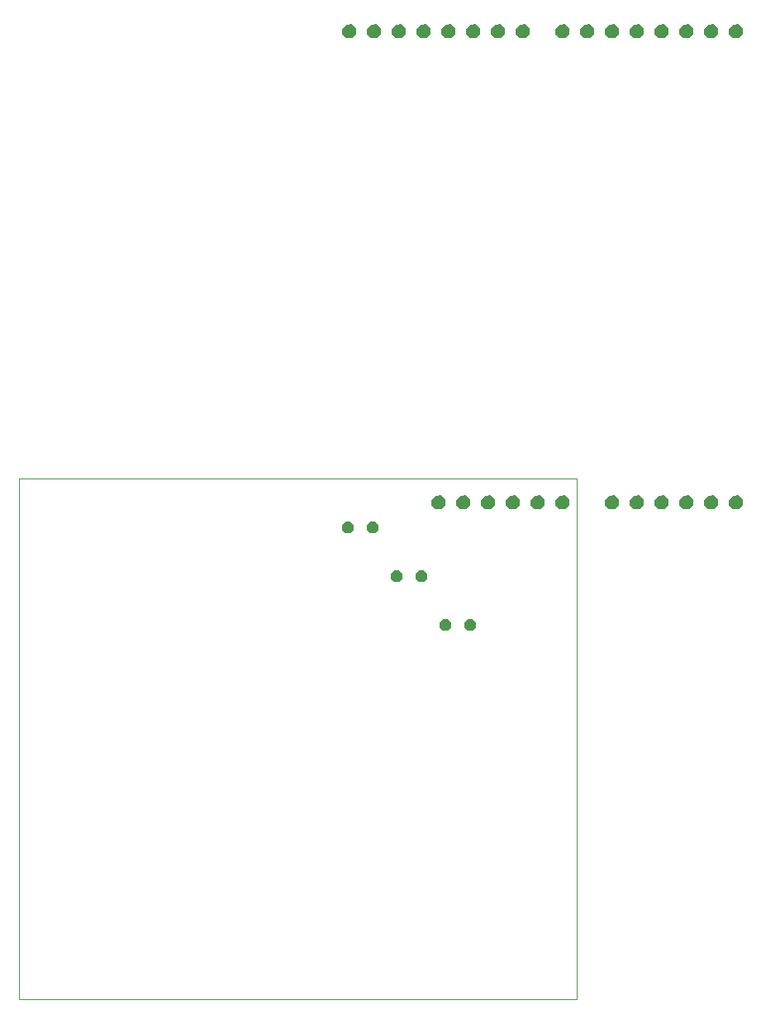
<source format=gbs>
G75*
G71*
%OFA0B0*%
%FSLAX23Y23*%
%IPPOS*%
%LPD*%
%ADD10C,0.1*%
%LPD*%D10*
X0Y0D02*
X0Y100D01*
X0Y200D01*
X0Y300D01*
X0Y400D01*
X0Y499D01*
X0Y599D01*
X0Y699D01*
X0Y799D01*
X0Y899D01*
X0Y999D01*
X0Y1099D01*
X0Y1199D01*
X0Y1299D01*
X0Y1398D01*
X0Y1498D01*
X0Y1598D01*
X0Y1698D01*
X0Y1798D01*
X0Y1898D01*
X0Y1998D01*
X0Y2098D01*
X0Y2198D01*
X0Y2297D01*
X0Y2397D01*
X0Y2497D01*
X0Y2597D01*
X0Y2697D01*
X0Y2797D01*
X0Y2897D01*
X0Y2997D01*
X0Y3097D01*
X0Y3196D01*
X0Y3296D01*
X0Y3396D01*
X0Y3496D01*
X0Y3596D01*
X0Y3696D01*
X0Y3796D01*
X0Y3896D01*
X0Y3995D01*
X0Y4095D01*
X0Y4195D01*
X0Y4295D01*
X0Y4395D01*
X0Y4495D01*
X0Y4595D01*
X0Y4695D01*
X0Y4795D01*
X0Y4894D01*
X0Y4994D01*
X0Y5094D01*
X0Y5194D01*
X0Y5294D01*
X0Y5394D01*
X0Y5494D01*
X0Y5594D01*
X0Y5694D01*
X0Y5793D01*
X0Y5893D01*
X0Y5993D01*
X0Y6093D01*
X0Y6193D01*
X0Y6293D01*
X0Y6393D01*
X0Y6493D01*
X0Y6593D01*
X0Y6692D01*
X0Y6792D01*
X0Y6892D01*
X0Y6992D01*
X0Y7092D01*
X0Y7192D01*
X0Y7292D01*
X0Y7392D01*
X0Y7492D01*
X0Y7591D01*
X0Y7691D01*
X0Y7791D01*
X0Y7891D01*
X0Y7991D01*
X0Y8091D01*
X0Y8191D01*
X0Y8291D01*
X0Y8391D01*
X0Y8490D01*
X0Y8590D01*
X0Y8690D01*
X0Y8790D01*
X0Y8890D01*
X0Y8990D01*
X0Y9090D01*
X0Y9190D01*
X0Y9290D01*
X0Y9389D01*
X0Y9489D01*
X0Y9589D01*
X0Y9689D01*
X0Y9789D01*
X0Y9889D01*
X0Y9989D01*
X0Y10089D01*
X0Y10188D01*
X0Y10288D01*
X0Y10388D01*
X0Y10488D01*
X0Y10588D01*
X0Y10688D01*
X0Y10788D01*
X0Y10888D01*
X0Y10988D01*
X0Y11087D01*
X0Y11187D01*
X0Y11287D01*
X0Y11387D01*
X0Y11487D01*
X0Y11587D01*
X0Y11687D01*
X0Y11787D01*
X0Y11887D01*
X0Y11986D01*
X0Y12086D01*
X0Y12186D01*
X0Y12286D01*
X0Y12386D01*
X0Y12486D01*
X0Y12586D01*
X0Y12686D01*
X0Y12786D01*
X0Y12885D01*
X0Y12985D01*
X0Y13085D01*
X0Y13185D01*
X0Y13285D01*
X0Y13385D01*
X0Y13485D01*
X0Y13585D01*
X0Y13685D01*
X0Y13784D01*
X0Y13884D01*
X0Y13984D01*
X0Y14084D01*
X0Y14184D01*
X0Y14284D01*
X0Y14384D01*
X0Y14484D01*
X0Y14584D01*
X0Y14683D01*
X0Y14783D01*
X0Y14883D01*
X0Y14983D01*
X0Y15083D01*
X0Y15183D01*
X0Y15283D01*
X0Y15383D01*
X0Y15483D01*
X0Y15582D01*
X0Y15682D01*
X0Y15782D01*
X0Y15882D01*
X0Y15982D01*
X0Y16082D01*
X0Y16182D01*
X0Y16282D01*
X0Y16381D01*
X0Y16481D01*
X0Y16581D01*
X0Y16681D01*
X0Y16781D01*
X0Y16881D01*
X0Y16981D01*
X0Y17081D01*
X0Y17181D01*
X0Y17280D01*
X0Y17380D01*
X0Y17480D01*
X0Y17580D01*
X0Y17680D01*
X0Y17780D01*
X0Y17880D01*
X0Y17980D01*
X0Y18080D01*
X0Y18179D01*
X0Y18279D01*
X0Y18379D01*
X0Y18479D01*
X0Y18579D01*
X0Y18679D01*
X0Y18779D01*
X0Y18879D01*
X0Y18979D01*
X0Y19078D01*
X0Y19178D01*
X0Y19278D01*
X0Y19378D01*
X0Y19478D01*
X0Y19578D01*
X0Y19678D01*
X0Y19778D01*
X0Y19878D01*
X0Y19977D01*
X0Y20077D01*
X0Y20177D01*
X0Y20277D01*
X0Y20377D01*
X0Y20477D01*
X0Y20577D01*
X0Y20677D01*
X0Y20777D01*
X0Y20876D01*
X0Y20976D01*
X0Y21076D01*
X0Y21176D01*
X0Y21276D01*
X0Y21376D01*
X0Y21476D01*
X0Y21576D01*
X0Y21676D01*
X0Y21775D01*
X0Y21875D01*
X0Y21975D01*
X0Y22075D01*
X0Y22175D01*
X0Y22275D01*
X0Y22375D01*
X0Y22475D01*
X0Y22575D01*
X0Y22674D01*
X0Y22774D01*
X0Y22874D01*
X0Y22974D01*
X0Y23074D01*
X0Y23174D01*
X0Y23274D01*
X0Y23374D01*
X0Y23473D01*
X0Y23573D01*
X0Y23673D01*
X0Y23773D01*
X0Y23873D01*
X0Y23973D01*
X0Y24073D01*
X0Y24173D01*
X0Y24273D01*
X0Y24372D01*
X0Y24472D01*
X0Y24572D01*
X0Y24672D01*
X0Y24772D01*
X0Y24872D01*
X0Y24972D01*
X0Y25072D01*
X0Y25172D01*
X0Y25271D01*
X0Y25371D01*
X0Y25471D01*
X0Y25571D01*
X0Y25671D01*
X0Y25771D01*
X0Y25871D01*
X0Y25971D01*
X0Y26071D01*
X0Y26170D01*
X0Y26270D01*
X0Y26370D01*
X0Y26470D01*
X0Y26570D01*
X0Y26670D01*
X0Y26770D01*
X0Y26870D01*
X0Y26970D01*
X0Y27069D01*
X0Y27169D01*
X0Y27269D01*
X0Y27369D01*
X0Y27469D01*
X0Y27569D01*
X0Y27669D01*
X0Y27769D01*
X0Y27869D01*
X0Y27968D01*
X0Y28068D01*
X0Y28168D01*
X0Y28268D01*
X0Y28368D01*
X0Y28468D01*
X0Y28568D01*
X0Y28668D01*
X0Y28768D01*
X0Y28867D01*
X0Y28967D01*
X0Y29067D01*
X0Y29167D01*
X0Y29267D01*
X0Y29367D01*
X0Y29467D01*
X0Y29567D01*
X0Y29667D01*
X0Y29766D01*
X0Y29866D01*
X0Y29966D01*
X0Y30066D01*
X0Y30166D01*
X0Y30266D01*
X0Y30366D01*
X0Y30466D01*
X0Y30565D01*
X0Y30665D01*
X0Y30765D01*
X0Y30865D01*
X0Y30965D01*
X0Y31065D01*
X0Y31165D01*
X0Y31265D01*
X0Y31365D01*
X0Y31464D01*
X0Y31564D01*
X0Y31664D01*
X0Y31764D01*
X0Y31864D01*
X0Y31964D01*
X0Y32064D01*
X0Y32164D01*
X0Y32264D01*
X0Y32363D01*
X0Y32463D01*
X0Y32563D01*
X0Y32663D01*
X0Y32763D01*
X0Y32863D01*
X0Y32963D01*
X0Y33063D01*
X0Y33163D01*
X0Y33262D01*
X0Y33362D01*
X0Y33462D01*
X0Y33562D01*
X0Y33662D01*
X0Y33762D01*
X0Y33862D01*
X0Y33962D01*
X0Y34062D01*
X0Y34161D01*
X0Y34261D01*
X0Y34361D01*
X0Y34461D01*
X0Y34561D01*
X0Y34661D01*
X0Y34761D01*
X0Y34861D01*
X0Y34961D01*
X0Y35060D01*
X0Y35160D01*
X0Y35260D01*
X0Y35360D01*
X0Y35460D01*
X0Y35560D01*
X0Y35660D01*
X0Y35760D01*
X0Y35860D01*
X0Y35959D01*
X0Y36059D01*
X0Y36159D01*
X0Y36259D01*
X0Y36359D01*
X0Y36459D01*
X0Y36559D01*
X0Y36659D01*
X0Y36759D01*
X0Y36858D01*
X0Y36958D01*
X0Y37058D01*
X0Y37158D01*
X0Y37258D01*
X0Y37358D01*
X0Y37458D01*
X0Y37558D01*
X0Y37658D01*
X0Y37757D01*
X0Y37857D01*
X0Y37957D01*
X0Y38057D01*
X0Y38157D01*
X0Y38257D01*
X0Y38357D01*
X0Y38457D01*
X0Y38556D01*
X0Y38656D01*
X0Y38756D01*
X0Y38856D01*
X0Y38956D01*
X0Y39056D01*
X0Y39156D01*
X0Y39256D01*
X0Y39356D01*
X0Y39455D01*
X0Y39555D01*
X0Y39655D01*
X0Y39755D01*
X0Y39855D01*
X0Y39955D01*
X0Y40055D01*
X0Y40155D01*
X0Y40255D01*
X0Y40354D01*
X0Y40454D01*
X0Y40554D01*
X0Y40654D01*
X0Y40754D01*
X0Y40854D01*
X0Y40954D01*
X0Y41054D01*
X0Y41154D01*
X0Y41253D01*
X0Y41353D01*
X0Y41453D01*
X0Y41553D01*
X0Y41653D01*
X0Y41753D01*
X0Y41853D01*
X0Y41953D01*
X0Y42053D01*
X0Y42152D01*
X0Y42252D01*
X0Y42352D01*
X0Y42452D01*
X0Y42552D01*
X0Y42652D01*
X0Y42752D01*
X0Y42852D01*
X0Y42952D01*
X0Y43051D01*
X0Y43151D01*
X0Y43251D01*
X0Y43351D01*
X0Y43451D01*
X0Y43551D01*
X0Y43651D01*
X0Y43751D01*
X0Y43851D01*
X0Y43950D01*
X0Y44050D01*
X0Y44150D01*
X0Y44250D01*
X0Y44350D01*
X0Y44450D01*
X0Y44550D01*
X0Y44650D01*
X0Y44750D01*
X0Y44849D01*
X0Y44949D01*
X0Y45049D01*
X0Y45149D01*
X0Y45249D01*
X0Y45349D01*
X0Y45449D01*
X0Y45549D01*
X0Y45649D01*
X0Y45748D01*
X0Y45848D01*
X0Y45948D01*
X0Y46048D01*
X0Y46148D01*
X0Y46248D01*
X0Y46348D01*
X0Y46448D01*
X0Y46548D01*
X0Y46647D01*
X0Y46747D01*
X0Y46847D01*
X0Y46947D01*
X0Y47047D01*
X0Y47147D01*
X0Y47247D01*
X0Y47347D01*
X0Y47447D01*
X0Y47546D01*
X0Y47646D01*
X0Y47746D01*
X0Y47846D01*
X0Y47946D01*
X0Y48046D01*
X0Y48146D01*
X0Y48246D01*
X0Y48346D01*
X0Y48445D01*
X0Y48545D01*
X0Y48645D01*
X0Y48745D01*
X0Y48845D01*
X0Y48945D01*
X0Y49045D01*
X0Y49145D01*
X0Y49244D01*
X0Y49344D01*
X0Y49444D01*
X0Y49544D01*
X0Y49644D01*
X0Y49744D01*
X0Y49844D01*
X0Y49944D01*
X0Y50044D01*
X0Y50143D01*
X0Y50243D01*
X0Y50343D01*
X0Y50443D01*
X0Y50543D01*
X0Y50643D01*
X0Y50743D01*
X0Y50843D01*
X0Y50943D01*
X0Y51043D01*
X0Y51142D01*
X0Y51242D01*
X0Y51342D01*
X0Y51442D01*
X0Y51542D01*
X0Y51642D01*
X0Y51742D01*
X0Y51842D01*
X0Y51942D01*
X0Y52041D01*
X0Y52141D01*
X0Y52241D01*
X0Y52341D01*
X0Y52441D01*
X0Y52541D01*
X0Y52641D01*
X0Y52741D01*
X0Y52841D01*
X0Y52940D01*
X0Y53040D01*
X0Y53140D01*
X0Y53240D01*
X0Y53340D01*
X100Y53340D01*
X200Y53340D01*
X300Y53340D01*
X400Y53340D01*
X500Y53340D01*
X599Y53340D01*
X699Y53340D01*
X799Y53340D01*
X899Y53340D01*
X999Y53340D01*
X1099Y53340D01*
X1199Y53340D01*
X1299Y53340D01*
X1399Y53340D01*
X1499Y53340D01*
X1599Y53340D01*
X1699Y53340D01*
X1798Y53340D01*
X1898Y53340D01*
X1998Y53340D01*
X2098Y53340D01*
X2198Y53340D01*
X2298Y53340D01*
X2398Y53340D01*
X2498Y53340D01*
X2598Y53340D01*
X2698Y53340D01*
X2798Y53340D01*
X2897Y53340D01*
X2997Y53340D01*
X3097Y53340D01*
X3197Y53340D01*
X3297Y53340D01*
X3397Y53340D01*
X3497Y53340D01*
X3597Y53340D01*
X3697Y53340D01*
X3797Y53340D01*
X3897Y53340D01*
X3996Y53340D01*
X4096Y53340D01*
X4196Y53340D01*
X4296Y53340D01*
X4396Y53340D01*
X4496Y53340D01*
X4596Y53340D01*
X4696Y53340D01*
X4796Y53340D01*
X4896Y53340D01*
X4996Y53340D01*
X5096Y53340D01*
X5195Y53340D01*
X5295Y53340D01*
X5395Y53340D01*
X5495Y53340D01*
X5595Y53340D01*
X5695Y53340D01*
X5795Y53340D01*
X5895Y53340D01*
X5995Y53340D01*
X6095Y53340D01*
X6195Y53340D01*
X6294Y53340D01*
X6394Y53340D01*
X6494Y53340D01*
X6594Y53340D01*
X6694Y53340D01*
X6794Y53340D01*
X6894Y53340D01*
X6994Y53340D01*
X7094Y53340D01*
X7194Y53340D01*
X7294Y53340D01*
X7393Y53340D01*
X7493Y53340D01*
X7593Y53340D01*
X7693Y53340D01*
X7793Y53340D01*
X7893Y53340D01*
X7993Y53340D01*
X8093Y53340D01*
X8193Y53340D01*
X8293Y53340D01*
X8393Y53340D01*
X8493Y53340D01*
X8592Y53340D01*
X8692Y53340D01*
X8792Y53340D01*
X8892Y53340D01*
X8992Y53340D01*
X9092Y53340D01*
X9192Y53340D01*
X9292Y53340D01*
X9392Y53340D01*
X9492Y53340D01*
X9592Y53340D01*
X9691Y53340D01*
X9791Y53340D01*
X9891Y53340D01*
X9991Y53340D01*
X10091Y53340D01*
X10191Y53340D01*
X10291Y53340D01*
X10391Y53340D01*
X10491Y53340D01*
X10591Y53340D01*
X10691Y53340D01*
X10791Y53340D01*
X10890Y53340D01*
X10990Y53340D01*
X11090Y53340D01*
X11190Y53340D01*
X11290Y53340D01*
X11390Y53340D01*
X11490Y53340D01*
X11590Y53340D01*
X11690Y53340D01*
X11790Y53340D01*
X11890Y53340D01*
X11989Y53340D01*
X12089Y53340D01*
X12189Y53340D01*
X12289Y53340D01*
X12389Y53340D01*
X12489Y53340D01*
X12589Y53340D01*
X12689Y53340D01*
X12789Y53340D01*
X12889Y53340D01*
X12989Y53340D01*
X13088Y53340D01*
X13188Y53340D01*
X13288Y53340D01*
X13388Y53340D01*
X13488Y53340D01*
X13588Y53340D01*
X13688Y53340D01*
X13788Y53340D01*
X13888Y53340D01*
X13988Y53340D01*
X14088Y53340D01*
X14188Y53340D01*
X14287Y53340D01*
X14387Y53340D01*
X14487Y53340D01*
X14587Y53340D01*
X14687Y53340D01*
X14787Y53340D01*
X14887Y53340D01*
X14987Y53340D01*
X15087Y53340D01*
X15187Y53340D01*
X15287Y53340D01*
X15386Y53340D01*
X15486Y53340D01*
X15586Y53340D01*
X15686Y53340D01*
X15786Y53340D01*
X15886Y53340D01*
X15986Y53340D01*
X16086Y53340D01*
X16186Y53340D01*
X16286Y53340D01*
X16386Y53340D01*
X16485Y53340D01*
X16585Y53340D01*
X16685Y53340D01*
X16785Y53340D01*
X16885Y53340D01*
X16985Y53340D01*
X17085Y53340D01*
X17185Y53340D01*
X17285Y53340D01*
X17385Y53340D01*
X17485Y53340D01*
X17585Y53340D01*
X17684Y53340D01*
X17784Y53340D01*
X17884Y53340D01*
X17984Y53340D01*
X18084Y53340D01*
X18184Y53340D01*
X18284Y53340D01*
X18384Y53340D01*
X18484Y53340D01*
X18584Y53340D01*
X18684Y53340D01*
X18783Y53340D01*
X18883Y53340D01*
X18983Y53340D01*
X19083Y53340D01*
X19183Y53340D01*
X19283Y53340D01*
X19383Y53340D01*
X19483Y53340D01*
X19583Y53340D01*
X19683Y53340D01*
X19783Y53340D01*
X19883Y53340D01*
X19982Y53340D01*
X20082Y53340D01*
X20182Y53340D01*
X20282Y53340D01*
X20382Y53340D01*
X20482Y53340D01*
X20582Y53340D01*
X20682Y53340D01*
X20782Y53340D01*
X20882Y53340D01*
X20982Y53340D01*
X21081Y53340D01*
X21181Y53340D01*
X21281Y53340D01*
X21381Y53340D01*
X21481Y53340D01*
X21581Y53340D01*
X21681Y53340D01*
X21781Y53340D01*
X21881Y53340D01*
X21981Y53340D01*
X22081Y53340D01*
X22180Y53340D01*
X22280Y53340D01*
X22380Y53340D01*
X22480Y53340D01*
X22580Y53340D01*
X22680Y53340D01*
X22780Y53340D01*
X22880Y53340D01*
X22980Y53340D01*
X23080Y53340D01*
X23180Y53340D01*
X23280Y53340D01*
X23379Y53340D01*
X23479Y53340D01*
X23579Y53340D01*
X23679Y53340D01*
X23779Y53340D01*
X23879Y53340D01*
X23979Y53340D01*
X24079Y53340D01*
X24179Y53340D01*
X24279Y53340D01*
X24379Y53340D01*
X24478Y53340D01*
X24578Y53340D01*
X24678Y53340D01*
X24778Y53340D01*
X24878Y53340D01*
X24978Y53340D01*
X25078Y53340D01*
X25178Y53340D01*
X25278Y53340D01*
X25378Y53340D01*
X25478Y53340D01*
X25578Y53340D01*
X25677Y53340D01*
X25777Y53340D01*
X25877Y53340D01*
X25977Y53340D01*
X26077Y53340D01*
X26177Y53340D01*
X26277Y53340D01*
X26377Y53340D01*
X26477Y53340D01*
X26577Y53340D01*
X26677Y53340D01*
X26776Y53340D01*
X26876Y53340D01*
X26976Y53340D01*
X27076Y53340D01*
X27176Y53340D01*
X27276Y53340D01*
X27376Y53340D01*
X27476Y53340D01*
X27576Y53340D01*
X27676Y53340D01*
X27776Y53340D01*
X27875Y53340D01*
X27975Y53340D01*
X28075Y53340D01*
X28175Y53340D01*
X28275Y53340D01*
X28375Y53340D01*
X28475Y53340D01*
X28575Y53340D01*
X28675Y53340D01*
X28775Y53340D01*
X28875Y53340D01*
X28975Y53340D01*
X29074Y53340D01*
X29174Y53340D01*
X29274Y53340D01*
X29374Y53340D01*
X29474Y53340D01*
X29574Y53340D01*
X29674Y53340D01*
X29774Y53340D01*
X29874Y53340D01*
X29974Y53340D01*
X30074Y53340D01*
X30173Y53340D01*
X30273Y53340D01*
X30373Y53340D01*
X30473Y53340D01*
X30573Y53340D01*
X30673Y53340D01*
X30773Y53340D01*
X30873Y53340D01*
X30973Y53340D01*
X31073Y53340D01*
X31173Y53340D01*
X31273Y53340D01*
X31372Y53340D01*
X31472Y53340D01*
X31572Y53340D01*
X31672Y53340D01*
X31772Y53340D01*
X31872Y53340D01*
X31972Y53340D01*
X32072Y53340D01*
X32172Y53340D01*
X32272Y53340D01*
X32372Y53340D01*
X32471Y53340D01*
X32571Y53340D01*
X32671Y53340D01*
X32771Y53340D01*
X32871Y53340D01*
X32971Y53340D01*
X33071Y53340D01*
X33171Y53340D01*
X33271Y53340D01*
X33371Y53340D01*
X33471Y53340D01*
X33571Y53340D01*
X33670Y53340D01*
X33770Y53340D01*
X33870Y53340D01*
X33970Y53340D01*
X34070Y53340D01*
X34170Y53340D01*
X34270Y53340D01*
X34370Y53340D01*
X34470Y53340D01*
X34570Y53340D01*
X34670Y53340D01*
X34769Y53340D01*
X34869Y53340D01*
X34969Y53340D01*
X35069Y53340D01*
X35169Y53340D01*
X35269Y53340D01*
X35369Y53340D01*
X35469Y53340D01*
X35569Y53340D01*
X35669Y53340D01*
X35769Y53340D01*
X35868Y53340D01*
X35968Y53340D01*
X36068Y53340D01*
X36168Y53340D01*
X36268Y53340D01*
X36368Y53340D01*
X36468Y53340D01*
X36568Y53340D01*
X36668Y53340D01*
X36768Y53340D01*
X36868Y53340D01*
X36968Y53340D01*
X37067Y53340D01*
X37167Y53340D01*
X37267Y53340D01*
X37367Y53340D01*
X37467Y53340D01*
X37567Y53340D01*
X37667Y53340D01*
X37767Y53340D01*
X37867Y53340D01*
X37967Y53340D01*
X38067Y53340D01*
X38166Y53340D01*
X38266Y53340D01*
X38366Y53340D01*
X38466Y53340D01*
X38566Y53340D01*
X38666Y53340D01*
X38766Y53340D01*
X38866Y53340D01*
X38966Y53340D01*
X39066Y53340D01*
X39166Y53340D01*
X39265Y53340D01*
X39365Y53340D01*
X39465Y53340D01*
X39565Y53340D01*
X39665Y53340D01*
X39765Y53340D01*
X39865Y53340D01*
X39965Y53340D01*
X40065Y53340D01*
X40165Y53340D01*
X40265Y53340D01*
X40365Y53340D01*
X40464Y53340D01*
X40564Y53340D01*
X40664Y53340D01*
X40764Y53340D01*
X40864Y53340D01*
X40964Y53340D01*
X41064Y53340D01*
X41164Y53340D01*
X41264Y53340D01*
X41364Y53340D01*
X41464Y53340D01*
X41563Y53340D01*
X41663Y53340D01*
X41763Y53340D01*
X41863Y53340D01*
X41963Y53340D01*
X42063Y53340D01*
X42163Y53340D01*
X42263Y53340D01*
X42363Y53340D01*
X42463Y53340D01*
X42563Y53340D01*
X42663Y53340D01*
X42762Y53340D01*
X42862Y53340D01*
X42962Y53340D01*
X43062Y53340D01*
X43162Y53340D01*
X43262Y53340D01*
X43362Y53340D01*
X43462Y53340D01*
X43562Y53340D01*
X43662Y53340D01*
X43762Y53340D01*
X43861Y53340D01*
X43961Y53340D01*
X44061Y53340D01*
X44161Y53340D01*
X44261Y53340D01*
X44361Y53340D01*
X44461Y53340D01*
X44561Y53340D01*
X44661Y53340D01*
X44761Y53340D01*
X44861Y53340D01*
X44961Y53340D01*
X45060Y53340D01*
X45160Y53340D01*
X45260Y53340D01*
X45360Y53340D01*
X45460Y53340D01*
X45560Y53340D01*
X45660Y53340D01*
X45760Y53340D01*
X45860Y53340D01*
X45960Y53340D01*
X46060Y53340D01*
X46159Y53340D01*
X46259Y53340D01*
X46359Y53340D01*
X46459Y53340D01*
X46559Y53340D01*
X46659Y53340D01*
X46759Y53340D01*
X46859Y53340D01*
X46959Y53340D01*
X47059Y53340D01*
X47159Y53340D01*
X47259Y53340D01*
X47358Y53340D01*
X47458Y53340D01*
X47558Y53340D01*
X47658Y53340D01*
X47758Y53340D01*
X47858Y53340D01*
X47958Y53340D01*
X48058Y53340D01*
X48158Y53340D01*
X48258Y53340D01*
X48358Y53340D01*
X48457Y53340D01*
X48557Y53340D01*
X48657Y53340D01*
X48757Y53340D01*
X48857Y53340D01*
X48957Y53340D01*
X49057Y53340D01*
X49157Y53340D01*
X49257Y53340D01*
X49357Y53340D01*
X49457Y53340D01*
X49557Y53340D01*
X49656Y53340D01*
X49756Y53340D01*
X49856Y53340D01*
X49956Y53340D01*
X50056Y53340D01*
X50156Y53340D01*
X50256Y53340D01*
X50356Y53340D01*
X50456Y53340D01*
X50556Y53340D01*
X50656Y53340D01*
X50755Y53340D01*
X50855Y53340D01*
X50955Y53340D01*
X51055Y53340D01*
X51155Y53340D01*
X51255Y53340D01*
X51355Y53340D01*
X51455Y53340D01*
X51555Y53340D01*
X51655Y53340D01*
X51755Y53340D01*
X51855Y53340D01*
X51954Y53340D01*
X52054Y53340D01*
X52154Y53340D01*
X52254Y53340D01*
X52354Y53340D01*
X52454Y53340D01*
X52554Y53340D01*
X52654Y53340D01*
X52754Y53340D01*
X52854Y53340D01*
X52954Y53340D01*
X53053Y53340D01*
X53153Y53340D01*
X53253Y53340D01*
X53353Y53340D01*
X53453Y53340D01*
X53553Y53340D01*
X53653Y53340D01*
X53753Y53340D01*
X53853Y53340D01*
X53953Y53340D01*
X54053Y53340D01*
X54153Y53340D01*
X54252Y53340D01*
X54352Y53340D01*
X54452Y53340D01*
X54552Y53340D01*
X54652Y53340D01*
X54752Y53340D01*
X54852Y53340D01*
X54952Y53340D01*
X55052Y53340D01*
X55152Y53340D01*
X55252Y53340D01*
X55351Y53340D01*
X55451Y53340D01*
X55551Y53340D01*
X55651Y53340D01*
X55751Y53340D01*
X55851Y53340D01*
X55951Y53340D01*
X56051Y53340D01*
X56151Y53340D01*
X56251Y53340D01*
X56351Y53340D01*
X56451Y53340D01*
X56550Y53340D01*
X56650Y53340D01*
X56750Y53340D01*
X56850Y53340D01*
X56950Y53340D01*
X57050Y53340D01*
X57150Y53340D01*
X57150Y53240D01*
X57150Y53140D01*
X57150Y53040D01*
X57150Y52940D01*
X57150Y52841D01*
X57150Y52741D01*
X57150Y52641D01*
X57150Y52541D01*
X57150Y52441D01*
X57150Y52341D01*
X57150Y52241D01*
X57150Y52141D01*
X57150Y52041D01*
X57150Y51942D01*
X57150Y51842D01*
X57150Y51742D01*
X57150Y51642D01*
X57150Y51542D01*
X57150Y51442D01*
X57150Y51342D01*
X57150Y51242D01*
X57150Y51142D01*
X57150Y51043D01*
X57150Y50943D01*
X57150Y50843D01*
X57150Y50743D01*
X57150Y50643D01*
X57150Y50543D01*
X57150Y50443D01*
X57150Y50343D01*
X57150Y50243D01*
X57150Y50144D01*
X57150Y50044D01*
X57150Y49944D01*
X57150Y49844D01*
X57150Y49744D01*
X57150Y49644D01*
X57150Y49544D01*
X57150Y49444D01*
X57150Y49345D01*
X57150Y49245D01*
X57150Y49145D01*
X57150Y49045D01*
X57150Y48945D01*
X57150Y48845D01*
X57150Y48745D01*
X57150Y48645D01*
X57150Y48545D01*
X57150Y48446D01*
X57150Y48346D01*
X57150Y48246D01*
X57150Y48146D01*
X57150Y48046D01*
X57150Y47946D01*
X57150Y47846D01*
X57150Y47746D01*
X57150Y47646D01*
X57150Y47547D01*
X57150Y47447D01*
X57150Y47347D01*
X57150Y47247D01*
X57150Y47147D01*
X57150Y47047D01*
X57150Y46947D01*
X57150Y46847D01*
X57150Y46747D01*
X57150Y46648D01*
X57150Y46548D01*
X57150Y46448D01*
X57150Y46348D01*
X57150Y46248D01*
X57150Y46148D01*
X57150Y46048D01*
X57150Y45948D01*
X57150Y45848D01*
X57150Y45749D01*
X57150Y45649D01*
X57150Y45549D01*
X57150Y45449D01*
X57150Y45349D01*
X57150Y45249D01*
X57150Y45149D01*
X57150Y45049D01*
X57150Y44949D01*
X57150Y44850D01*
X57150Y44750D01*
X57150Y44650D01*
X57150Y44550D01*
X57150Y44450D01*
X57150Y44350D01*
X57150Y44250D01*
X57150Y44150D01*
X57150Y44050D01*
X57150Y43951D01*
X57150Y43851D01*
X57150Y43751D01*
X57150Y43651D01*
X57150Y43551D01*
X57150Y43451D01*
X57150Y43351D01*
X57150Y43251D01*
X57150Y43152D01*
X57150Y43052D01*
X57150Y42952D01*
X57150Y42852D01*
X57150Y42752D01*
X57150Y42652D01*
X57150Y42552D01*
X57150Y42452D01*
X57150Y42352D01*
X57150Y42253D01*
X57150Y42153D01*
X57150Y42053D01*
X57150Y41953D01*
X57150Y41853D01*
X57150Y41753D01*
X57150Y41653D01*
X57150Y41553D01*
X57150Y41453D01*
X57150Y41354D01*
X57150Y41254D01*
X57150Y41154D01*
X57150Y41054D01*
X57150Y40954D01*
X57150Y40854D01*
X57150Y40754D01*
X57150Y40654D01*
X57150Y40554D01*
X57150Y40455D01*
X57150Y40355D01*
X57150Y40255D01*
X57150Y40155D01*
X57150Y40055D01*
X57150Y39955D01*
X57150Y39855D01*
X57150Y39755D01*
X57150Y39655D01*
X57150Y39556D01*
X57150Y39456D01*
X57150Y39356D01*
X57150Y39256D01*
X57150Y39156D01*
X57150Y39056D01*
X57150Y38956D01*
X57150Y38856D01*
X57150Y38756D01*
X57150Y38657D01*
X57150Y38557D01*
X57150Y38457D01*
X57150Y38357D01*
X57150Y38257D01*
X57150Y38157D01*
X57150Y38057D01*
X57150Y37957D01*
X57150Y37857D01*
X57150Y37758D01*
X57150Y37658D01*
X57150Y37558D01*
X57150Y37458D01*
X57150Y37358D01*
X57150Y37258D01*
X57150Y37158D01*
X57150Y37058D01*
X57150Y36959D01*
X57150Y36859D01*
X57150Y36759D01*
X57150Y36659D01*
X57150Y36559D01*
X57150Y36459D01*
X57150Y36359D01*
X57150Y36259D01*
X57150Y36159D01*
X57150Y36060D01*
X57150Y35960D01*
X57150Y35860D01*
X57150Y35760D01*
X57150Y35660D01*
X57150Y35560D01*
X57150Y35460D01*
X57150Y35360D01*
X57150Y35260D01*
X57150Y35161D01*
X57150Y35061D01*
X57150Y34961D01*
X57150Y34861D01*
X57150Y34761D01*
X57150Y34661D01*
X57150Y34561D01*
X57150Y34461D01*
X57150Y34361D01*
X57150Y34262D01*
X57150Y34162D01*
X57150Y34062D01*
X57150Y33962D01*
X57150Y33862D01*
X57150Y33762D01*
X57150Y33662D01*
X57150Y33562D01*
X57150Y33462D01*
X57150Y33363D01*
X57150Y33263D01*
X57150Y33163D01*
X57150Y33063D01*
X57150Y32963D01*
X57150Y32863D01*
X57150Y32763D01*
X57150Y32663D01*
X57150Y32563D01*
X57150Y32464D01*
X57150Y32364D01*
X57150Y32264D01*
X57150Y32164D01*
X57150Y32064D01*
X57150Y31964D01*
X57150Y31864D01*
X57150Y31764D01*
X57150Y31664D01*
X57150Y31565D01*
X57150Y31465D01*
X57150Y31365D01*
X57150Y31265D01*
X57150Y31165D01*
X57150Y31065D01*
X57150Y30965D01*
X57150Y30865D01*
X57150Y30765D01*
X57150Y30666D01*
X57150Y30566D01*
X57150Y30466D01*
X57150Y30366D01*
X57150Y30266D01*
X57150Y30166D01*
X57150Y30066D01*
X57150Y29966D01*
X57150Y29867D01*
X57150Y29767D01*
X57150Y29667D01*
X57150Y29567D01*
X57150Y29467D01*
X57150Y29367D01*
X57150Y29267D01*
X57150Y29167D01*
X57150Y29067D01*
X57150Y28968D01*
X57150Y28868D01*
X57150Y28768D01*
X57150Y28668D01*
X57150Y28568D01*
X57150Y28468D01*
X57150Y28368D01*
X57150Y28268D01*
X57150Y28168D01*
X57150Y28069D01*
X57150Y27969D01*
X57150Y27869D01*
X57150Y27769D01*
X57150Y27669D01*
X57150Y27569D01*
X57150Y27469D01*
X57150Y27369D01*
X57150Y27269D01*
X57150Y27170D01*
X57150Y27070D01*
X57150Y26970D01*
X57150Y26870D01*
X57150Y26770D01*
X57150Y26670D01*
X57150Y26570D01*
X57150Y26470D01*
X57150Y26370D01*
X57150Y26271D01*
X57150Y26171D01*
X57150Y26071D01*
X57150Y25971D01*
X57150Y25871D01*
X57150Y25771D01*
X57150Y25671D01*
X57150Y25571D01*
X57150Y25471D01*
X57150Y25372D01*
X57150Y25272D01*
X57150Y25172D01*
X57150Y25072D01*
X57150Y24972D01*
X57150Y24872D01*
X57150Y24772D01*
X57150Y24672D01*
X57150Y24572D01*
X57150Y24473D01*
X57150Y24373D01*
X57150Y24273D01*
X57150Y24173D01*
X57150Y24073D01*
X57150Y23973D01*
X57150Y23873D01*
X57150Y23773D01*
X57150Y23673D01*
X57150Y23574D01*
X57150Y23474D01*
X57150Y23374D01*
X57150Y23274D01*
X57150Y23174D01*
X57150Y23074D01*
X57150Y22974D01*
X57150Y22874D01*
X57150Y22775D01*
X57150Y22675D01*
X57150Y22575D01*
X57150Y22475D01*
X57150Y22375D01*
X57150Y22275D01*
X57150Y22175D01*
X57150Y22075D01*
X57150Y21975D01*
X57150Y21876D01*
X57150Y21776D01*
X57150Y21676D01*
X57150Y21576D01*
X57150Y21476D01*
X57150Y21376D01*
X57150Y21276D01*
X57150Y21176D01*
X57150Y21076D01*
X57150Y20977D01*
X57150Y20877D01*
X57150Y20777D01*
X57150Y20677D01*
X57150Y20577D01*
X57150Y20477D01*
X57150Y20377D01*
X57150Y20277D01*
X57150Y20177D01*
X57150Y20078D01*
X57150Y19978D01*
X57150Y19878D01*
X57150Y19778D01*
X57150Y19678D01*
X57150Y19578D01*
X57150Y19478D01*
X57150Y19378D01*
X57150Y19278D01*
X57150Y19179D01*
X57150Y19079D01*
X57150Y18979D01*
X57150Y18879D01*
X57150Y18779D01*
X57150Y18679D01*
X57150Y18579D01*
X57150Y18479D01*
X57150Y18379D01*
X57150Y18280D01*
X57150Y18180D01*
X57150Y18080D01*
X57150Y17980D01*
X57150Y17880D01*
X57150Y17780D01*
X57150Y17680D01*
X57150Y17580D01*
X57150Y17480D01*
X57150Y17381D01*
X57150Y17281D01*
X57150Y17181D01*
X57150Y17081D01*
X57150Y16981D01*
X57150Y16881D01*
X57150Y16781D01*
X57150Y16681D01*
X57150Y16581D01*
X57150Y16482D01*
X57150Y16382D01*
X57150Y16282D01*
X57150Y16182D01*
X57150Y16082D01*
X57150Y15982D01*
X57150Y15882D01*
X57150Y15782D01*
X57150Y15682D01*
X57150Y15583D01*
X57150Y15483D01*
X57150Y15383D01*
X57150Y15283D01*
X57150Y15183D01*
X57150Y15083D01*
X57150Y14983D01*
X57150Y14883D01*
X57150Y14784D01*
X57150Y14684D01*
X57150Y14584D01*
X57150Y14484D01*
X57150Y14384D01*
X57150Y14284D01*
X57150Y14184D01*
X57150Y14084D01*
X57150Y13984D01*
X57150Y13885D01*
X57150Y13785D01*
X57150Y13685D01*
X57150Y13585D01*
X57150Y13485D01*
X57150Y13385D01*
X57150Y13285D01*
X57150Y13185D01*
X57150Y13085D01*
X57150Y12986D01*
X57150Y12886D01*
X57150Y12786D01*
X57150Y12686D01*
X57150Y12586D01*
X57150Y12486D01*
X57150Y12386D01*
X57150Y12286D01*
X57150Y12186D01*
X57150Y12087D01*
X57150Y11987D01*
X57150Y11887D01*
X57150Y11787D01*
X57150Y11687D01*
X57150Y11587D01*
X57150Y11487D01*
X57150Y11387D01*
X57150Y11287D01*
X57150Y11188D01*
X57150Y11088D01*
X57150Y10988D01*
X57150Y10888D01*
X57150Y10788D01*
X57150Y10688D01*
X57150Y10588D01*
X57150Y10488D01*
X57150Y10388D01*
X57150Y10289D01*
X57150Y10189D01*
X57150Y10089D01*
X57150Y9989D01*
X57150Y9889D01*
X57150Y9789D01*
X57150Y9689D01*
X57150Y9589D01*
X57150Y9489D01*
X57150Y9390D01*
X57150Y9290D01*
X57150Y9190D01*
X57150Y9090D01*
X57150Y8990D01*
X57150Y8890D01*
X57150Y8790D01*
X57150Y8690D01*
X57150Y8590D01*
X57150Y8491D01*
X57150Y8391D01*
X57150Y8291D01*
X57150Y8191D01*
X57150Y8091D01*
X57150Y7991D01*
X57150Y7891D01*
X57150Y7791D01*
X57150Y7691D01*
X57150Y7592D01*
X57150Y7492D01*
X57150Y7392D01*
X57150Y7292D01*
X57150Y7192D01*
X57150Y7092D01*
X57150Y6992D01*
X57150Y6892D01*
X57150Y6792D01*
X57150Y6693D01*
X57150Y6593D01*
X57150Y6493D01*
X57150Y6393D01*
X57150Y6293D01*
X57150Y6193D01*
X57150Y6093D01*
X57150Y5993D01*
X57150Y5893D01*
X57150Y5794D01*
X57150Y5694D01*
X57150Y5594D01*
X57150Y5494D01*
X57150Y5394D01*
X57150Y5294D01*
X57150Y5194D01*
X57150Y5094D01*
X57150Y4994D01*
X57150Y4895D01*
X57150Y4795D01*
X57150Y4695D01*
X57150Y4595D01*
X57150Y4495D01*
X57150Y4395D01*
X57150Y4295D01*
X57150Y4195D01*
X57150Y4096D01*
X57150Y3996D01*
X57150Y3896D01*
X57150Y3796D01*
X57150Y3696D01*
X57150Y3596D01*
X57150Y3496D01*
X57150Y3396D01*
X57150Y3296D01*
X57150Y3197D01*
X57150Y3097D01*
X57150Y2997D01*
X57150Y2897D01*
X57150Y2797D01*
X57150Y2697D01*
X57150Y2597D01*
X57150Y2497D01*
X57150Y2397D01*
X57150Y2297D01*
X57150Y2198D01*
X57150Y2098D01*
X57150Y1998D01*
X57150Y1898D01*
X57150Y1798D01*
X57150Y1698D01*
X57150Y1598D01*
X57150Y1498D01*
X57150Y1398D01*
X57150Y1299D01*
X57150Y1199D01*
X57150Y1099D01*
X57150Y999D01*
X57150Y899D01*
X57150Y799D01*
X57150Y699D01*
X57150Y599D01*
X57150Y499D01*
X57150Y400D01*
X57150Y300D01*
X57150Y200D01*
X57150Y100D01*
X57150Y0D01*
X57050Y0D01*
X56950Y0D01*
X56850Y0D01*
X56750Y0D01*
X56650Y0D01*
X56551Y0D01*
X56451Y0D01*
X56351Y0D01*
X56251Y0D01*
X56151Y0D01*
X56051Y0D01*
X55951Y0D01*
X55851Y0D01*
X55751Y0D01*
X55651Y0D01*
X55551Y0D01*
X55451Y0D01*
X55352Y0D01*
X55252Y0D01*
X55152Y0D01*
X55052Y0D01*
X54952Y0D01*
X54852Y0D01*
X54752Y0D01*
X54652Y0D01*
X54552Y0D01*
X54452Y0D01*
X54352Y0D01*
X54253Y0D01*
X54153Y0D01*
X54053Y0D01*
X53953Y0D01*
X53853Y0D01*
X53753Y0D01*
X53653Y0D01*
X53553Y0D01*
X53453Y0D01*
X53353Y0D01*
X53253Y0D01*
X53154Y0D01*
X53054Y0D01*
X52954Y0D01*
X52854Y0D01*
X52754Y0D01*
X52654Y0D01*
X52554Y0D01*
X52454Y0D01*
X52354Y0D01*
X52254Y0D01*
X52154Y0D01*
X52054Y0D01*
X51955Y0D01*
X51855Y0D01*
X51755Y0D01*
X51655Y0D01*
X51555Y0D01*
X51455Y0D01*
X51355Y0D01*
X51255Y0D01*
X51155Y0D01*
X51055Y0D01*
X50955Y0D01*
X50856Y0D01*
X50756Y0D01*
X50656Y0D01*
X50556Y0D01*
X50456Y0D01*
X50356Y0D01*
X50256Y0D01*
X50156Y0D01*
X50056Y0D01*
X49956Y0D01*
X49856Y0D01*
X49757Y0D01*
X49657Y0D01*
X49557Y0D01*
X49457Y0D01*
X49357Y0D01*
X49257Y0D01*
X49157Y0D01*
X49057Y0D01*
X48957Y0D01*
X48857Y0D01*
X48757Y0D01*
X48657Y0D01*
X48558Y0D01*
X48458Y0D01*
X48358Y0D01*
X48258Y0D01*
X48158Y0D01*
X48058Y0D01*
X47958Y0D01*
X47858Y0D01*
X47758Y0D01*
X47658Y0D01*
X47558Y0D01*
X47459Y0D01*
X47359Y0D01*
X47259Y0D01*
X47159Y0D01*
X47059Y0D01*
X46959Y0D01*
X46859Y0D01*
X46759Y0D01*
X46659Y0D01*
X46559Y0D01*
X46459Y0D01*
X46359Y0D01*
X46260Y0D01*
X46160Y0D01*
X46060Y0D01*
X45960Y0D01*
X45860Y0D01*
X45760Y0D01*
X45660Y0D01*
X45560Y0D01*
X45460Y0D01*
X45360Y0D01*
X45260Y0D01*
X45161Y0D01*
X45061Y0D01*
X44961Y0D01*
X44861Y0D01*
X44761Y0D01*
X44661Y0D01*
X44561Y0D01*
X44461Y0D01*
X44361Y0D01*
X44261Y0D01*
X44161Y0D01*
X44062Y0D01*
X43962Y0D01*
X43862Y0D01*
X43762Y0D01*
X43662Y0D01*
X43562Y0D01*
X43462Y0D01*
X43362Y0D01*
X43262Y0D01*
X43162Y0D01*
X43062Y0D01*
X42962Y0D01*
X42863Y0D01*
X42763Y0D01*
X42663Y0D01*
X42563Y0D01*
X42463Y0D01*
X42363Y0D01*
X42263Y0D01*
X42163Y0D01*
X42063Y0D01*
X41963Y0D01*
X41863Y0D01*
X41764Y0D01*
X41664Y0D01*
X41564Y0D01*
X41464Y0D01*
X41364Y0D01*
X41264Y0D01*
X41164Y0D01*
X41064Y0D01*
X40964Y0D01*
X40864Y0D01*
X40764Y0D01*
X40665Y0D01*
X40565Y0D01*
X40465Y0D01*
X40365Y0D01*
X40265Y0D01*
X40165Y0D01*
X40065Y0D01*
X39965Y0D01*
X39865Y0D01*
X39765Y0D01*
X39665Y0D01*
X39565Y0D01*
X39466Y0D01*
X39366Y0D01*
X39266Y0D01*
X39166Y0D01*
X39066Y0D01*
X38966Y0D01*
X38866Y0D01*
X38766Y0D01*
X38666Y0D01*
X38566Y0D01*
X38466Y0D01*
X38367Y0D01*
X38267Y0D01*
X38167Y0D01*
X38067Y0D01*
X37967Y0D01*
X37867Y0D01*
X37767Y0D01*
X37667Y0D01*
X37567Y0D01*
X37467Y0D01*
X37367Y0D01*
X37267Y0D01*
X37168Y0D01*
X37068Y0D01*
X36968Y0D01*
X36868Y0D01*
X36768Y0D01*
X36668Y0D01*
X36568Y0D01*
X36468Y0D01*
X36368Y0D01*
X36268Y0D01*
X36168Y0D01*
X36069Y0D01*
X35969Y0D01*
X35869Y0D01*
X35769Y0D01*
X35669Y0D01*
X35569Y0D01*
X35469Y0D01*
X35369Y0D01*
X35269Y0D01*
X35169Y0D01*
X35069Y0D01*
X34970Y0D01*
X34870Y0D01*
X34770Y0D01*
X34670Y0D01*
X34570Y0D01*
X34470Y0D01*
X34370Y0D01*
X34270Y0D01*
X34170Y0D01*
X34070Y0D01*
X33970Y0D01*
X33870Y0D01*
X33771Y0D01*
X33671Y0D01*
X33571Y0D01*
X33471Y0D01*
X33371Y0D01*
X33271Y0D01*
X33171Y0D01*
X33071Y0D01*
X32971Y0D01*
X32871Y0D01*
X32771Y0D01*
X32672Y0D01*
X32572Y0D01*
X32472Y0D01*
X32372Y0D01*
X32272Y0D01*
X32172Y0D01*
X32072Y0D01*
X31972Y0D01*
X31872Y0D01*
X31772Y0D01*
X31672Y0D01*
X31572Y0D01*
X31473Y0D01*
X31373Y0D01*
X31273Y0D01*
X31173Y0D01*
X31073Y0D01*
X30973Y0D01*
X30873Y0D01*
X30773Y0D01*
X30673Y0D01*
X30573Y0D01*
X30473Y0D01*
X30374Y0D01*
X30274Y0D01*
X30174Y0D01*
X30074Y0D01*
X29974Y0D01*
X29874Y0D01*
X29774Y0D01*
X29674Y0D01*
X29574Y0D01*
X29474Y0D01*
X29374Y0D01*
X29275Y0D01*
X29175Y0D01*
X29075Y0D01*
X28975Y0D01*
X28875Y0D01*
X28775Y0D01*
X28675Y0D01*
X28575Y0D01*
X28475Y0D01*
X28375Y0D01*
X28275Y0D01*
X28175Y0D01*
X28076Y0D01*
X27976Y0D01*
X27876Y0D01*
X27776Y0D01*
X27676Y0D01*
X27576Y0D01*
X27476Y0D01*
X27376Y0D01*
X27276Y0D01*
X27176Y0D01*
X27076Y0D01*
X26977Y0D01*
X26877Y0D01*
X26777Y0D01*
X26677Y0D01*
X26577Y0D01*
X26477Y0D01*
X26377Y0D01*
X26277Y0D01*
X26177Y0D01*
X26077Y0D01*
X25977Y0D01*
X25877Y0D01*
X25778Y0D01*
X25678Y0D01*
X25578Y0D01*
X25478Y0D01*
X25378Y0D01*
X25278Y0D01*
X25178Y0D01*
X25078Y0D01*
X24978Y0D01*
X24878Y0D01*
X24778Y0D01*
X24679Y0D01*
X24579Y0D01*
X24479Y0D01*
X24379Y0D01*
X24279Y0D01*
X24179Y0D01*
X24079Y0D01*
X23979Y0D01*
X23879Y0D01*
X23779Y0D01*
X23679Y0D01*
X23579Y0D01*
X23480Y0D01*
X23380Y0D01*
X23280Y0D01*
X23180Y0D01*
X23080Y0D01*
X22980Y0D01*
X22880Y0D01*
X22780Y0D01*
X22680Y0D01*
X22580Y0D01*
X22480Y0D01*
X22381Y0D01*
X22281Y0D01*
X22181Y0D01*
X22081Y0D01*
X21981Y0D01*
X21881Y0D01*
X21781Y0D01*
X21681Y0D01*
X21581Y0D01*
X21481Y0D01*
X21381Y0D01*
X21282Y0D01*
X21182Y0D01*
X21082Y0D01*
X20982Y0D01*
X20882Y0D01*
X20782Y0D01*
X20682Y0D01*
X20582Y0D01*
X20482Y0D01*
X20382Y0D01*
X20282Y0D01*
X20182Y0D01*
X20083Y0D01*
X19983Y0D01*
X19883Y0D01*
X19783Y0D01*
X19683Y0D01*
X19583Y0D01*
X19483Y0D01*
X19383Y0D01*
X19283Y0D01*
X19183Y0D01*
X19083Y0D01*
X18984Y0D01*
X18884Y0D01*
X18784Y0D01*
X18684Y0D01*
X18584Y0D01*
X18484Y0D01*
X18384Y0D01*
X18284Y0D01*
X18184Y0D01*
X18084Y0D01*
X17984Y0D01*
X17885Y0D01*
X17785Y0D01*
X17685Y0D01*
X17585Y0D01*
X17485Y0D01*
X17385Y0D01*
X17285Y0D01*
X17185Y0D01*
X17085Y0D01*
X16985Y0D01*
X16885Y0D01*
X16785Y0D01*
X16686Y0D01*
X16586Y0D01*
X16486Y0D01*
X16386Y0D01*
X16286Y0D01*
X16186Y0D01*
X16086Y0D01*
X15986Y0D01*
X15886Y0D01*
X15786Y0D01*
X15686Y0D01*
X15587Y0D01*
X15487Y0D01*
X15387Y0D01*
X15287Y0D01*
X15187Y0D01*
X15087Y0D01*
X14987Y0D01*
X14887Y0D01*
X14787Y0D01*
X14687Y0D01*
X14587Y0D01*
X14487Y0D01*
X14388Y0D01*
X14288Y0D01*
X14188Y0D01*
X14088Y0D01*
X13988Y0D01*
X13888Y0D01*
X13788Y0D01*
X13688Y0D01*
X13588Y0D01*
X13488Y0D01*
X13388Y0D01*
X13289Y0D01*
X13189Y0D01*
X13089Y0D01*
X12989Y0D01*
X12889Y0D01*
X12789Y0D01*
X12689Y0D01*
X12589Y0D01*
X12489Y0D01*
X12389Y0D01*
X12289Y0D01*
X12189Y0D01*
X12090Y0D01*
X11990Y0D01*
X11890Y0D01*
X11790Y0D01*
X11690Y0D01*
X11590Y0D01*
X11490Y0D01*
X11390Y0D01*
X11290Y0D01*
X11190Y0D01*
X11090Y0D01*
X10991Y0D01*
X10891Y0D01*
X10791Y0D01*
X10691Y0D01*
X10591Y0D01*
X10491Y0D01*
X10391Y0D01*
X10291Y0D01*
X10191Y0D01*
X10091Y0D01*
X9991Y0D01*
X9891Y0D01*
X9792Y0D01*
X9692Y0D01*
X9592Y0D01*
X9492Y0D01*
X9392Y0D01*
X9292Y0D01*
X9192Y0D01*
X9092Y0D01*
X8992Y0D01*
X8892Y0D01*
X8792Y0D01*
X8693Y0D01*
X8593Y0D01*
X8493Y0D01*
X8393Y0D01*
X8293Y0D01*
X8193Y0D01*
X8093Y0D01*
X7993Y0D01*
X7893Y0D01*
X7793Y0D01*
X7693Y0D01*
X7593Y0D01*
X7494Y0D01*
X7394Y0D01*
X7294Y0D01*
X7194Y0D01*
X7094Y0D01*
X6994Y0D01*
X6894Y0D01*
X6794Y0D01*
X6694Y0D01*
X6594Y0D01*
X6494Y0D01*
X6395Y0D01*
X6295Y0D01*
X6195Y0D01*
X6095Y0D01*
X5995Y0D01*
X5895Y0D01*
X5795Y0D01*
X5695Y0D01*
X5595Y0D01*
X5495Y0D01*
X5395Y0D01*
X5295Y0D01*
X5196Y0D01*
X5096Y0D01*
X4996Y0D01*
X4896Y0D01*
X4796Y0D01*
X4696Y0D01*
X4596Y0D01*
X4496Y0D01*
X4396Y0D01*
X4296Y0D01*
X4196Y0D01*
X4097Y0D01*
X3997Y0D01*
X3897Y0D01*
X3797Y0D01*
X3697Y0D01*
X3597Y0D01*
X3497Y0D01*
X3397Y0D01*
X3297Y0D01*
X3197Y0D01*
X3097Y0D01*
X2997Y0D01*
X2898Y0D01*
X2798Y0D01*
X2698Y0D01*
X2598Y0D01*
X2498Y0D01*
X2398Y0D01*
X2298Y0D01*
X2198Y0D01*
X2098Y0D01*
X1998Y0D01*
X1898Y0D01*
X1799Y0D01*
X1699Y0D01*
X1599Y0D01*
X1499Y0D01*
X1399Y0D01*
X1299Y0D01*
X1199Y0D01*
X1099Y0D01*
X999Y0D01*
X899Y0D01*
X799Y0D01*
X699Y0D01*
X600Y0D01*
X500Y0D01*
X400Y0D01*
X300Y0D01*
X200Y0D01*
X100Y0D01*
X0Y0D01*
X0Y0D01*
G36*
X71678Y98850D02*
X71263Y98427D01*
X70670Y98422D01*
X70247Y98837D01*
X70242Y99430D01*
X70657Y99853D01*
X71250Y99858D01*
X71673Y99443D01*
G37*
G36*
X47294Y98850D02*
X46879Y98427D01*
X46286Y98422D01*
X45863Y98837D01*
X45858Y99430D01*
X46273Y99853D01*
X46866Y99858D01*
X47289Y99443D01*
G37*
G36*
X44754Y98850D02*
X44339Y98427D01*
X43746Y98422D01*
X43323Y98837D01*
X43318Y99430D01*
X43733Y99853D01*
X44326Y99858D01*
X44749Y99443D01*
G37*
G36*
X42214Y98850D02*
X41799Y98427D01*
X41206Y98422D01*
X40783Y98837D01*
X40778Y99430D01*
X41193Y99853D01*
X41786Y99858D01*
X42209Y99443D01*
G37*
G36*
X39674Y98850D02*
X39259Y98427D01*
X38666Y98422D01*
X38243Y98837D01*
X38238Y99430D01*
X38653Y99853D01*
X39246Y99858D01*
X39669Y99443D01*
G37*
G36*
X69138Y98850D02*
X68723Y98427D01*
X68130Y98422D01*
X67707Y98837D01*
X67702Y99430D01*
X68117Y99853D01*
X68710Y99858D01*
X69133Y99443D01*
G37*
G36*
X66598Y98850D02*
X66183Y98427D01*
X65590Y98422D01*
X65167Y98837D01*
X65162Y99430D01*
X65577Y99853D01*
X66170Y99858D01*
X66593Y99443D01*
G37*
G36*
X64058Y98850D02*
X63643Y98427D01*
X63050Y98422D01*
X62627Y98837D01*
X62622Y99430D01*
X63037Y99853D01*
X63630Y99858D01*
X64053Y99443D01*
G37*
G36*
X61518Y98850D02*
X61103Y98427D01*
X60510Y98422D01*
X60087Y98837D01*
X60082Y99430D01*
X60497Y99853D01*
X61090Y99858D01*
X61513Y99443D01*
G37*
G36*
X58978Y98850D02*
X58563Y98427D01*
X57970Y98422D01*
X57547Y98837D01*
X57542Y99430D01*
X57957Y99853D01*
X58550Y99858D01*
X58973Y99443D01*
G37*
G36*
X56438Y98850D02*
X56023Y98427D01*
X55430Y98422D01*
X55007Y98837D01*
X55002Y99430D01*
X55417Y99853D01*
X56010Y99858D01*
X56433Y99443D01*
G37*
G36*
X52374Y98850D02*
X51959Y98427D01*
X51366Y98422D01*
X50943Y98837D01*
X50938Y99430D01*
X51353Y99853D01*
X51946Y99858D01*
X52369Y99443D01*
G37*
G36*
X49834Y98850D02*
X49419Y98427D01*
X48826Y98422D01*
X48403Y98837D01*
X48398Y99430D01*
X48813Y99853D01*
X49406Y99858D01*
X49829Y99443D01*
G37*
G36*
X37134Y98850D02*
X36719Y98427D01*
X36126Y98422D01*
X35703Y98837D01*
X35698Y99430D01*
X36113Y99853D01*
X36706Y99858D01*
X37129Y99443D01*
G37*
G36*
X53898Y50590D02*
X53483Y50167D01*
X52890Y50162D01*
X52467Y50577D01*
X52462Y51170D01*
X52877Y51593D01*
X53470Y51598D01*
X53893Y51183D01*
G37*
G36*
X51358Y50590D02*
X50943Y50167D01*
X50350Y50162D01*
X49927Y50577D01*
X49922Y51170D01*
X50337Y51593D01*
X50930Y51598D01*
X51353Y51183D01*
G37*
G36*
X56438Y50590D02*
X56023Y50167D01*
X55430Y50162D01*
X55007Y50577D01*
X55002Y51170D01*
X55417Y51593D01*
X56010Y51598D01*
X56433Y51183D01*
G37*
G36*
X43738Y50590D02*
X43323Y50167D01*
X42730Y50162D01*
X42307Y50577D01*
X42302Y51170D01*
X42717Y51593D01*
X43310Y51598D01*
X43733Y51183D01*
G37*
G36*
X46278Y50590D02*
X45863Y50167D01*
X45270Y50162D01*
X44847Y50577D01*
X44842Y51170D01*
X45257Y51593D01*
X45850Y51598D01*
X46273Y51183D01*
G37*
G36*
X48818Y50590D02*
X48403Y50167D01*
X47810Y50162D01*
X47387Y50577D01*
X47382Y51170D01*
X47797Y51593D01*
X48390Y51598D01*
X48813Y51183D01*
G37*
G36*
X61518Y50590D02*
X61103Y50167D01*
X60510Y50162D01*
X60087Y50577D01*
X60082Y51170D01*
X60497Y51593D01*
X61090Y51598D01*
X61513Y51183D01*
G37*
G36*
X64058Y50590D02*
X63643Y50167D01*
X63050Y50162D01*
X62627Y50577D01*
X62622Y51170D01*
X63037Y51593D01*
X63630Y51598D01*
X64053Y51183D01*
G37*
G36*
X66598Y50590D02*
X66183Y50167D01*
X65590Y50162D01*
X65167Y50577D01*
X65162Y51170D01*
X65577Y51593D01*
X66170Y51598D01*
X66593Y51183D01*
G37*
G36*
X69138Y50590D02*
X68723Y50167D01*
X68130Y50162D01*
X67707Y50577D01*
X67702Y51170D01*
X68117Y51593D01*
X68710Y51598D01*
X69133Y51183D01*
G37*
G36*
X71678Y50590D02*
X71263Y50167D01*
X70670Y50162D01*
X70247Y50577D01*
X70242Y51170D01*
X70657Y51593D01*
X71250Y51598D01*
X71673Y51183D01*
G37*
G36*
X74218Y50590D02*
X73803Y50167D01*
X73210Y50162D01*
X72787Y50577D01*
X72782Y51170D01*
X73197Y51593D01*
X73790Y51598D01*
X74213Y51183D01*
G37*
G36*
X34594Y98850D02*
X34179Y98427D01*
X33586Y98422D01*
X33163Y98837D01*
X33158Y99430D01*
X33573Y99853D01*
X34166Y99858D01*
X34589Y99443D01*
G37*
G36*
X74218Y98850D02*
X73803Y98427D01*
X73210Y98422D01*
X72787Y98837D01*
X72782Y99430D01*
X73197Y99853D01*
X73790Y99858D01*
X74213Y99443D01*
G37*
G36*
X36836Y48111D02*
X36508Y47778D01*
X36041Y47774D01*
X35708Y48102D01*
X35704Y48569D01*
X36032Y48902D01*
X36499Y48906D01*
X36832Y48578D01*
G37*
G36*
X34296Y48111D02*
X33968Y47778D01*
X33501Y47774D01*
X33168Y48102D01*
X33164Y48569D01*
X33492Y48902D01*
X33959Y48906D01*
X34292Y48578D01*
G37*
G36*
X41836Y43111D02*
X41508Y42778D01*
X41041Y42774D01*
X40708Y43102D01*
X40704Y43569D01*
X41032Y43902D01*
X41499Y43906D01*
X41832Y43578D01*
G37*
G36*
X39296Y43111D02*
X38968Y42778D01*
X38501Y42774D01*
X38168Y43102D01*
X38164Y43569D01*
X38492Y43902D01*
X38959Y43906D01*
X39292Y43578D01*
G37*
G36*
X46836Y38111D02*
X46508Y37778D01*
X46041Y37774D01*
X45708Y38102D01*
X45704Y38569D01*
X46032Y38902D01*
X46499Y38906D01*
X46832Y38578D01*
G37*
G36*
X44296Y38111D02*
X43968Y37778D01*
X43501Y37774D01*
X43168Y38102D01*
X43164Y38569D01*
X43492Y38902D01*
X43959Y38906D01*
X44292Y38578D01*
G37*
M02*

</source>
